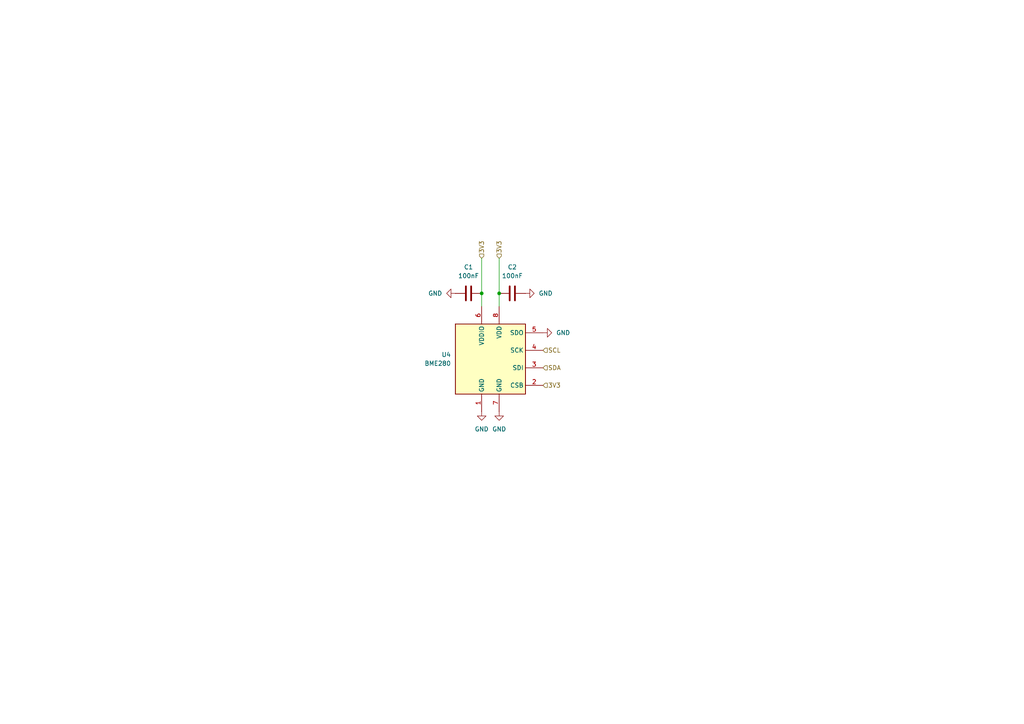
<source format=kicad_sch>
(kicad_sch (version 20231120) (generator "eeschema") (generator_version "8.0")
  (paper "A4")
  (lib_symbols
    (symbol "Device:C" (pin_numbers hide) (pin_names (offset 0.254))
      (property "Reference" "C" (at 0.635 2.54 0))
      (property "Value" "C" (at 0.635 -2.54 0))
      (symbol "C_0_1"
        (polyline (pts (xy -2.032 -0.762) (xy 2.032 -0.762)) (stroke (width 0.508)))
        (polyline (pts (xy -2.032 0.762) (xy 2.032 0.762)) (stroke (width 0.508)))
      )
      (symbol "C_1_1"
        (pin passive line (at 0 3.81 270) (length 2.794) (name "~") (number "1"))
        (pin passive line (at 0 -3.81 90) (length 2.794) (name "~") (number "2"))
      )
    )
    (symbol "Sensor:BME280"
      (property "Reference" "U" (at -8.89 11.43 0))
      (property "Value" "BME280" (at 7.62 11.43 0))
      (symbol "BME280_0_1"
        (rectangle (start -10.16 10.16) (end 10.16 -10.16) (stroke (width 0.254)) (fill (type background)))
      )
      (symbol "BME280_1_1"
        (pin power_in line (at -2.54 -15.24 90) (length 5.08) (name "GND") (number "1"))
        (pin input line (at 15.24 -7.62 180) (length 5.08) (name "CSB") (number "2"))
        (pin bidirectional line (at 15.24 -2.54 180) (length 5.08) (name "SDI") (number "3"))
        (pin input line (at 15.24 2.54 180) (length 5.08) (name "SCK") (number "4"))
        (pin bidirectional line (at 15.24 7.62 180) (length 5.08) (name "SDO") (number "5"))
        (pin power_in line (at -2.54 15.24 270) (length 5.08) (name "VDDIO") (number "6"))
        (pin power_in line (at 2.54 -15.24 90) (length 5.08) (name "GND") (number "7"))
        (pin power_in line (at 2.54 15.24 270) (length 5.08) (name "VDD") (number "8"))
      )
    )
    (symbol "power:GND" (power) (pin_numbers hide) (pin_names (offset 0) hide)
      (property "Value" "GND" (at 0 -3.81 0))
      (symbol "GND_0_1"
        (polyline (pts (xy 0 0) (xy 0 -1.27) (xy 1.27 -1.27) (xy 0 -2.54) (xy -1.27 -1.27) (xy 0 -1.27)))
      )
      (symbol "GND_1_1"
        (pin power_in line (at 0 0 270) (length 0) (name "~") (number "1"))
      )
    )
  )
  (junction (at 144.78 85.09))
  (junction (at 139.7 85.09))
  (wire (pts (xy 144.78 85.09) (xy 144.78 88.9)))
  (wire (pts (xy 139.7 85.09) (xy 139.7 88.9)))
  (wire (pts (xy 144.78 74.93) (xy 144.78 85.09)))
  (wire (pts (xy 139.7 74.93) (xy 139.7 85.09)))
  (hierarchical_label "3V3" (shape input) (at 144.78 74.93 90))
  (hierarchical_label "3V3" (shape input) (at 157.48 111.76 0))
  (hierarchical_label "SCL" (shape input) (at 157.48 101.6 0))
  (hierarchical_label "SDA" (shape input) (at 157.48 106.68 0))
  (hierarchical_label "3V3" (shape input) (at 139.7 74.93 90))
  (symbol (lib_id "power:GND") (at 132.08 85.09 270) (unit 1)
    (property "Reference" "#PWR038" (effects (hide yes)))
    (property "Value" "GND" (at 128.27 85.0899 90) (effects (justify right)))
    (property "Description" "Power symbol creates a global label with name \"GND\" , ground" (effects (hide yes)))
  )
  (symbol (lib_id "Sensor:BME280") (at 142.24 104.14 0) (unit 1)
    (property "Reference" "U4" (at 130.81 102.8699 0) (effects (justify right)))
    (property "Value" "BME280" (at 130.81 105.4099 0) (effects (justify right)))
    (property "Footprint" "Package_LGA:Bosch_LGA-8_2.5x2.5mm_P0.65mm_ClockwisePinNumbering" (effects (hide yes)))
    (property "Datasheet" "https://www.bosch-sensortec.com/media/boschsensortec/downloads/datasheets/bst-bme280-ds002.pdf" (effects (hide yes)))
    (property "Description" "3-in-1 sensor, humidity, pressure, temperature, I2C and SPI interface, 1.71-3.6V, LGA-8" (effects (hide yes)))
  )
  (symbol (lib_id "power:GND") (at 139.7 119.38 0) (unit 1)
    (property "Reference" "#PWR039" (effects (hide yes)))
    (property "Value" "GND" (at 139.7 124.46 0))
    (property "Description" "Power symbol creates a global label with name \"GND\" , ground" (effects (hide yes)))
  )
  (symbol (lib_id "power:GND") (at 144.78 119.38 0) (unit 1)
    (property "Reference" "#PWR040" (effects (hide yes)))
    (property "Value" "GND" (at 144.78 124.46 0))
    (property "Description" "Power symbol creates a global label with name \"GND\" , ground" (effects (hide yes)))
  )
  (symbol (lib_id "Device:C") (at 135.89 85.09 90) (unit 1)
    (property "Reference" "C1" (at 135.89 77.47 90))
    (property "Value" "100nF" (at 135.89 80.01 90))
    (property "Footprint" "Capacitor_SMD:C_0603_1608Metric_Pad1.08x0.95mm_HandSolder" (effects (hide yes)))
    (property "Description" "Unpolarized capacitor" (effects (hide yes)))
  )
  (symbol (lib_id "power:GND") (at 157.48 96.52 90) (unit 1)
    (property "Reference" "#PWR042" (effects (hide yes)))
    (property "Value" "GND" (at 161.29 96.5199 90) (effects (justify right)))
    (property "Description" "Power symbol creates a global label with name \"GND\" , ground" (effects (hide yes)))
  )
  (symbol (lib_id "power:GND") (at 152.4 85.09 90) (unit 1)
    (property "Reference" "#PWR041" (effects (hide yes)))
    (property "Value" "GND" (at 156.21 85.0899 90) (effects (justify right)))
    (property "Description" "Power symbol creates a global label with name \"GND\" , ground" (effects (hide yes)))
  )
  (symbol (lib_id "Device:C") (at 148.59 85.09 90) (unit 1)
    (property "Reference" "C2" (at 148.59 77.47 90))
    (property "Value" "100nF" (at 148.59 80.01 90))
    (property "Footprint" "Capacitor_SMD:C_0603_1608Metric_Pad1.08x0.95mm_HandSolder" (effects (hide yes)))
    (property "Description" "Unpolarized capacitor" (effects (hide yes)))
  )
)
</source>
